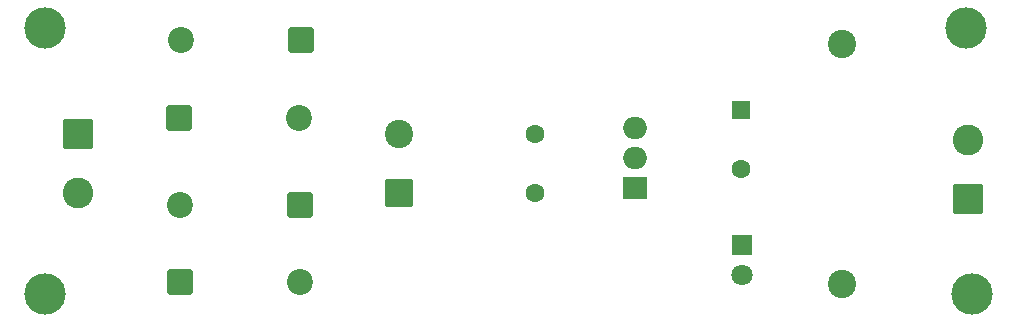
<source format=gbr>
%TF.GenerationSoftware,KiCad,Pcbnew,9.0.6*%
%TF.CreationDate,2025-12-14T15:20:03+05:30*%
%TF.ProjectId,Kicad-Hardware-Design,4b696361-642d-4486-9172-64776172652d,rev?*%
%TF.SameCoordinates,Original*%
%TF.FileFunction,Soldermask,Top*%
%TF.FilePolarity,Negative*%
%FSLAX46Y46*%
G04 Gerber Fmt 4.6, Leading zero omitted, Abs format (unit mm)*
G04 Created by KiCad (PCBNEW 9.0.6) date 2025-12-14 15:20:03*
%MOMM*%
%LPD*%
G01*
G04 APERTURE LIST*
G04 Aperture macros list*
%AMRoundRect*
0 Rectangle with rounded corners*
0 $1 Rounding radius*
0 $2 $3 $4 $5 $6 $7 $8 $9 X,Y pos of 4 corners*
0 Add a 4 corners polygon primitive as box body*
4,1,4,$2,$3,$4,$5,$6,$7,$8,$9,$2,$3,0*
0 Add four circle primitives for the rounded corners*
1,1,$1+$1,$2,$3*
1,1,$1+$1,$4,$5*
1,1,$1+$1,$6,$7*
1,1,$1+$1,$8,$9*
0 Add four rect primitives between the rounded corners*
20,1,$1+$1,$2,$3,$4,$5,0*
20,1,$1+$1,$4,$5,$6,$7,0*
20,1,$1+$1,$6,$7,$8,$9,0*
20,1,$1+$1,$8,$9,$2,$3,0*%
G04 Aperture macros list end*
%ADD10RoundRect,0.249999X-0.850001X-0.850001X0.850001X-0.850001X0.850001X0.850001X-0.850001X0.850001X0*%
%ADD11C,2.200000*%
%ADD12R,1.800000X1.800000*%
%ADD13C,1.800000*%
%ADD14C,3.500000*%
%ADD15RoundRect,0.250000X1.050000X-1.050000X1.050000X1.050000X-1.050000X1.050000X-1.050000X-1.050000X0*%
%ADD16C,2.600000*%
%ADD17RoundRect,0.250000X-1.050000X1.050000X-1.050000X-1.050000X1.050000X-1.050000X1.050000X1.050000X0*%
%ADD18RoundRect,0.249999X0.850001X0.850001X-0.850001X0.850001X-0.850001X-0.850001X0.850001X-0.850001X0*%
%ADD19RoundRect,0.250001X0.949999X-0.949999X0.949999X0.949999X-0.949999X0.949999X-0.949999X-0.949999X0*%
%ADD20C,2.400000*%
%ADD21R,2.000000X1.905000*%
%ADD22O,2.000000X1.905000*%
%ADD23C,1.600000*%
%ADD24RoundRect,0.250000X-0.550000X0.550000X-0.550000X-0.550000X0.550000X-0.550000X0.550000X0.550000X0*%
G04 APERTURE END LIST*
D10*
%TO.C,D2*%
X59840000Y-60660000D03*
D11*
X70000000Y-60660000D03*
%TD*%
D12*
%TO.C,D5*%
X107500000Y-71407500D03*
D13*
X107500000Y-73947500D03*
%TD*%
D14*
%TO.C,REF\u002A\u002A*%
X127000000Y-75500000D03*
%TD*%
D15*
%TO.C,J2*%
X126672500Y-67500000D03*
D16*
X126672500Y-62500000D03*
%TD*%
D17*
%TO.C,J1*%
X51327500Y-62000000D03*
D16*
X51327500Y-67000000D03*
%TD*%
D18*
%TO.C,D3*%
X70080000Y-68000000D03*
D11*
X59920000Y-68000000D03*
%TD*%
D14*
%TO.C,REF\u002A\u002A*%
X48500000Y-75500000D03*
%TD*%
D19*
%TO.C,C1*%
X78500000Y-67000000D03*
D20*
X78500000Y-62000000D03*
%TD*%
%TO.C,R1*%
X116000000Y-74660000D03*
X116000000Y-54340000D03*
%TD*%
D21*
%TO.C,U1*%
X98500000Y-66580000D03*
D22*
X98500000Y-64040000D03*
X98500000Y-61500000D03*
%TD*%
D10*
%TO.C,D4*%
X59920000Y-74500000D03*
D11*
X70080000Y-74500000D03*
%TD*%
D23*
%TO.C,C2*%
X90000000Y-67000000D03*
X90000000Y-62000000D03*
%TD*%
D18*
%TO.C,D1*%
X70160000Y-54000000D03*
D11*
X60000000Y-54000000D03*
%TD*%
D14*
%TO.C,REF\u002A\u002A*%
X48500000Y-53000000D03*
%TD*%
D24*
%TO.C,C3*%
X107460000Y-59960000D03*
D23*
X107460000Y-64960000D03*
%TD*%
D14*
%TO.C,REF\u002A\u002A*%
X126500000Y-53000000D03*
%TD*%
M02*

</source>
